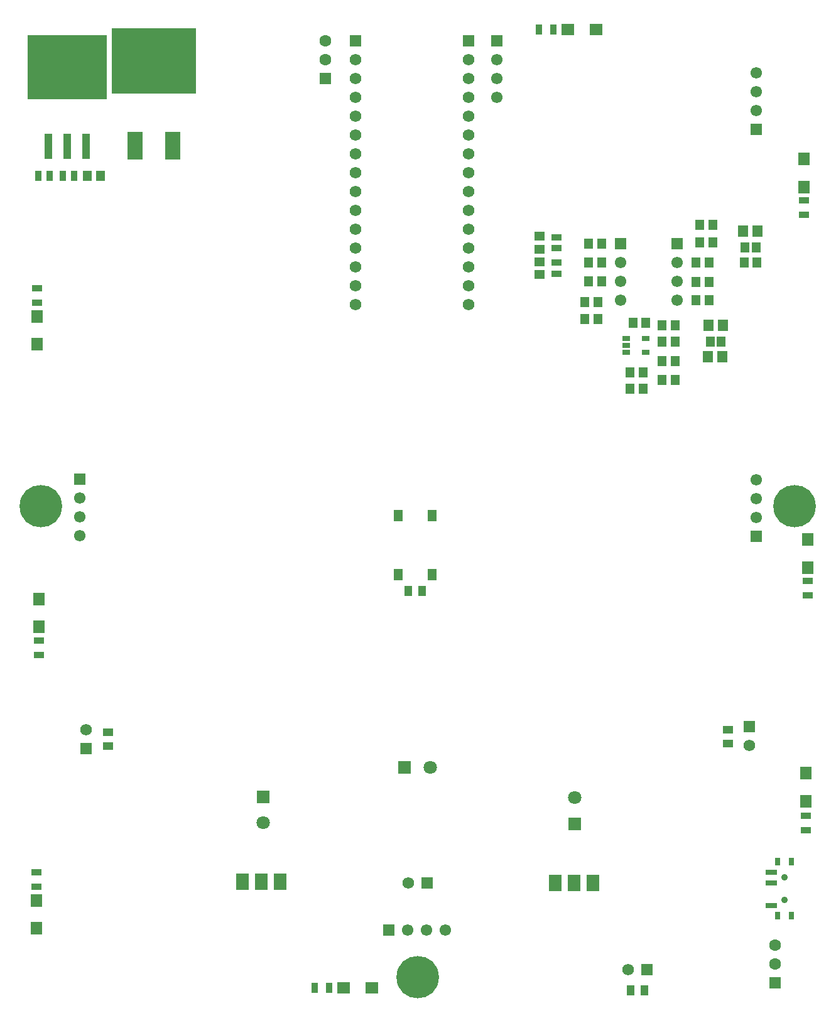
<source format=gbr>
G04*
G04 #@! TF.GenerationSoftware,Altium Limited,Altium Designer,22.4.2 (48)*
G04*
G04 Layer_Color=255*
%FSLAX24Y24*%
%MOIN*%
G70*
G04*
G04 #@! TF.SameCoordinates,537B0F5E-1D9E-48F4-ADA7-34FC38263873*
G04*
G04*
G04 #@! TF.FilePolarity,Positive*
G04*
G01*
G75*
%ADD18R,0.0689X0.0591*%
%ADD19R,0.0374X0.0571*%
%ADD20R,0.0571X0.0374*%
%ADD21R,0.0591X0.0689*%
%ADD22R,0.0315X0.0394*%
%ADD23R,0.0591X0.0276*%
%ADD24R,0.0531X0.0610*%
%ADD25R,0.0472X0.0571*%
%ADD26R,0.0453X0.0571*%
%ADD27R,0.0571X0.0453*%
%ADD28R,0.0531X0.0374*%
G04:AMPARAMS|DCode=29|XSize=43.3mil|YSize=23.6mil|CornerRadius=2mil|HoleSize=0mil|Usage=FLASHONLY|Rotation=0.000|XOffset=0mil|YOffset=0mil|HoleType=Round|Shape=RoundedRectangle|*
%AMROUNDEDRECTD29*
21,1,0.0433,0.0196,0,0,0.0*
21,1,0.0393,0.0236,0,0,0.0*
1,1,0.0040,0.0196,-0.0098*
1,1,0.0040,-0.0196,-0.0098*
1,1,0.0040,-0.0196,0.0098*
1,1,0.0040,0.0196,0.0098*
%
%ADD29ROUNDEDRECTD29*%
%ADD30R,0.0819X0.1500*%
%ADD31R,0.4500X0.3500*%
%ADD32R,0.0374X0.0531*%
%ADD33R,0.0413X0.0571*%
%ADD34R,0.0512X0.0610*%
%ADD35R,0.0554X0.0396*%
%ADD36R,0.0396X0.0554*%
%ADD41R,0.4213X0.3386*%
%ADD42R,0.0394X0.1339*%
%ADD44C,0.0618*%
%ADD45R,0.0618X0.0618*%
%ADD46C,0.0354*%
%ADD54R,0.0701X0.0902*%
%ADD55R,0.0618X0.0618*%
%ADD58C,0.0709*%
%ADD59R,0.0709X0.0709*%
%ADD60R,0.0610X0.0610*%
%ADD61C,0.0610*%
%ADD62R,0.0610X0.0610*%
%ADD63C,0.2250*%
%ADD64R,0.0709X0.0709*%
%ADD65R,0.0630X0.0630*%
%ADD66C,0.0630*%
D18*
X37962Y60300D02*
D03*
X39438D02*
D03*
X26062Y9450D02*
D03*
X27538D02*
D03*
D19*
X36416Y60300D02*
D03*
X37184D02*
D03*
X24516Y9450D02*
D03*
X25284D02*
D03*
D20*
X9800Y46584D02*
D03*
Y45816D02*
D03*
X9750Y15584D02*
D03*
Y14816D02*
D03*
X50700Y30266D02*
D03*
Y31034D02*
D03*
X50600Y17816D02*
D03*
Y18584D02*
D03*
X50500Y50466D02*
D03*
Y51234D02*
D03*
X9900Y27116D02*
D03*
Y27884D02*
D03*
D21*
X50700Y31762D02*
D03*
Y33238D02*
D03*
X50600Y19362D02*
D03*
Y20838D02*
D03*
X50500Y51962D02*
D03*
Y53438D02*
D03*
X9800Y45088D02*
D03*
Y43612D02*
D03*
X9900Y28612D02*
D03*
Y30088D02*
D03*
X9750Y14088D02*
D03*
Y12612D02*
D03*
D22*
X49830Y16146D02*
D03*
Y13272D02*
D03*
X49070Y16146D02*
D03*
Y13272D02*
D03*
D23*
X48761Y13824D02*
D03*
Y15595D02*
D03*
Y15005D02*
D03*
D24*
X45400Y42950D02*
D03*
X46168D02*
D03*
X46184Y44600D02*
D03*
X45416D02*
D03*
X48034Y49600D02*
D03*
X47266D02*
D03*
D25*
X46095Y43750D02*
D03*
X45505D02*
D03*
X47945Y48750D02*
D03*
X47355D02*
D03*
D26*
X43644Y42700D02*
D03*
X42956D02*
D03*
X43644Y41700D02*
D03*
X42956D02*
D03*
X41256Y41250D02*
D03*
X41944D02*
D03*
X42094Y44750D02*
D03*
X41406D02*
D03*
X44756Y46900D02*
D03*
X45444D02*
D03*
X47994Y47950D02*
D03*
X47306D02*
D03*
X44756D02*
D03*
X45444D02*
D03*
X44956Y49000D02*
D03*
X45644D02*
D03*
X44956Y49950D02*
D03*
X45644D02*
D03*
X39061Y48950D02*
D03*
X39750D02*
D03*
X42956Y43750D02*
D03*
X43644D02*
D03*
Y44600D02*
D03*
X42956D02*
D03*
X44756Y45950D02*
D03*
X45444D02*
D03*
X39056Y47950D02*
D03*
X39744D02*
D03*
X38856Y44950D02*
D03*
X39544D02*
D03*
X38856Y45850D02*
D03*
X39544D02*
D03*
X39056Y46950D02*
D03*
X39744D02*
D03*
X41944Y42100D02*
D03*
X41256D02*
D03*
X12456Y52550D02*
D03*
X13144D02*
D03*
D27*
X36450Y47306D02*
D03*
Y47994D02*
D03*
Y49344D02*
D03*
Y48656D02*
D03*
D28*
X37350Y47945D02*
D03*
Y47355D02*
D03*
Y49295D02*
D03*
Y48705D02*
D03*
D29*
X42074Y43924D02*
D03*
Y43176D02*
D03*
X41050D02*
D03*
Y43550D02*
D03*
Y43924D02*
D03*
D30*
X17000Y54150D02*
D03*
X15000D02*
D03*
D31*
X16000Y58650D02*
D03*
D32*
X11155Y52550D02*
D03*
X11745D02*
D03*
X9855D02*
D03*
X10445D02*
D03*
D33*
X30214Y30500D02*
D03*
X29486D02*
D03*
D34*
X30736Y34515D02*
D03*
Y31385D02*
D03*
X28964Y34515D02*
D03*
Y31385D02*
D03*
D35*
X46445Y23154D02*
D03*
Y22406D02*
D03*
X13550Y23024D02*
D03*
Y22276D02*
D03*
D36*
X41276Y9300D02*
D03*
X42024D02*
D03*
D41*
X11400Y58305D02*
D03*
D42*
X12400Y54131D02*
D03*
X11400D02*
D03*
X10400D02*
D03*
D44*
X26700Y45700D02*
D03*
Y46700D02*
D03*
Y47700D02*
D03*
Y48700D02*
D03*
Y49700D02*
D03*
Y50700D02*
D03*
Y51700D02*
D03*
Y52700D02*
D03*
Y53700D02*
D03*
Y54700D02*
D03*
Y55700D02*
D03*
Y56700D02*
D03*
Y57700D02*
D03*
Y58700D02*
D03*
X32700Y45700D02*
D03*
Y46700D02*
D03*
Y47700D02*
D03*
Y48700D02*
D03*
Y49700D02*
D03*
Y50700D02*
D03*
Y51700D02*
D03*
Y52700D02*
D03*
Y53700D02*
D03*
Y54700D02*
D03*
Y55700D02*
D03*
Y56700D02*
D03*
Y57700D02*
D03*
Y58700D02*
D03*
X29500Y15000D02*
D03*
X47595Y22330D02*
D03*
X41150Y10400D02*
D03*
X12400Y23150D02*
D03*
D45*
X26700Y59700D02*
D03*
X32700D02*
D03*
X47595Y23330D02*
D03*
X12400Y22150D02*
D03*
D46*
X49450Y15300D02*
D03*
Y14119D02*
D03*
D54*
X20700Y15074D02*
D03*
X21700D02*
D03*
X22700D02*
D03*
X37300Y15024D02*
D03*
X38300D02*
D03*
X39300D02*
D03*
D55*
X30500Y15000D02*
D03*
X42150Y10400D02*
D03*
D58*
X30650Y21150D02*
D03*
X38311Y19539D02*
D03*
X21789Y18211D02*
D03*
D59*
X29272Y21150D02*
D03*
D60*
X47950Y55000D02*
D03*
X43750Y48950D02*
D03*
X40750D02*
D03*
X34200Y59700D02*
D03*
X12050Y36450D02*
D03*
X47950Y33400D02*
D03*
D61*
Y56000D02*
D03*
Y57000D02*
D03*
Y58000D02*
D03*
X29450Y12500D02*
D03*
X30450D02*
D03*
X31450D02*
D03*
X43750Y47950D02*
D03*
Y46950D02*
D03*
Y45950D02*
D03*
X40750Y47950D02*
D03*
Y46950D02*
D03*
Y45950D02*
D03*
X34200Y58700D02*
D03*
Y57700D02*
D03*
Y56700D02*
D03*
X12050Y35450D02*
D03*
Y34450D02*
D03*
Y33450D02*
D03*
X47950Y34400D02*
D03*
Y35400D02*
D03*
Y36400D02*
D03*
D62*
X28450Y12500D02*
D03*
D63*
X10000Y35000D02*
D03*
X50000D02*
D03*
X30000Y10000D02*
D03*
D64*
X38311Y18161D02*
D03*
X21789Y19589D02*
D03*
D65*
X48950Y9700D02*
D03*
X25100Y57700D02*
D03*
D66*
X48950Y10700D02*
D03*
Y11700D02*
D03*
X25100Y58700D02*
D03*
Y59700D02*
D03*
M02*

</source>
